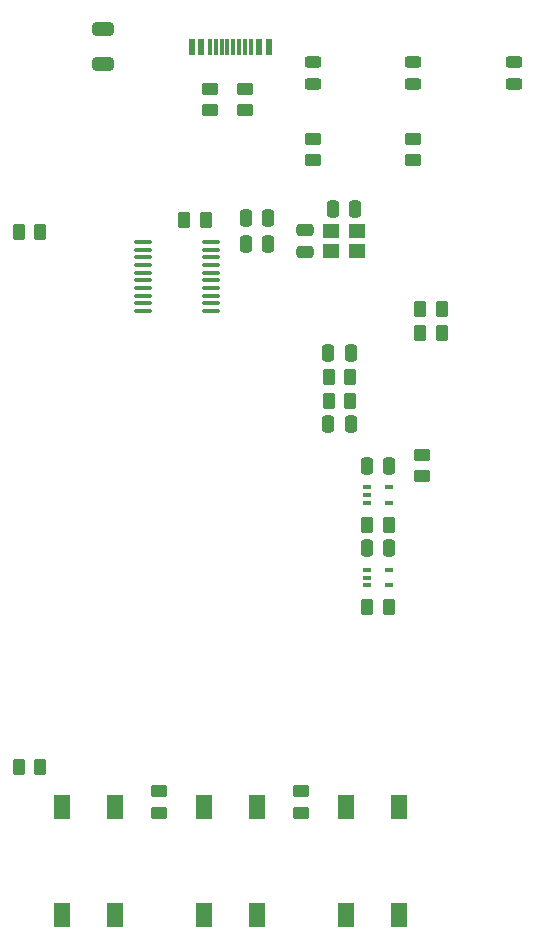
<source format=gtp>
%TF.GenerationSoftware,KiCad,Pcbnew,(6.0.5)*%
%TF.CreationDate,2024-07-23T11:02:46+02:00*%
%TF.ProjectId,USB_Knob,5553425f-4b6e-46f6-922e-6b696361645f,rev?*%
%TF.SameCoordinates,Original*%
%TF.FileFunction,Paste,Top*%
%TF.FilePolarity,Positive*%
%FSLAX46Y46*%
G04 Gerber Fmt 4.6, Leading zero omitted, Abs format (unit mm)*
G04 Created by KiCad (PCBNEW (6.0.5)) date 2024-07-23 11:02:46*
%MOMM*%
%LPD*%
G01*
G04 APERTURE LIST*
G04 Aperture macros list*
%AMRoundRect*
0 Rectangle with rounded corners*
0 $1 Rounding radius*
0 $2 $3 $4 $5 $6 $7 $8 $9 X,Y pos of 4 corners*
0 Add a 4 corners polygon primitive as box body*
4,1,4,$2,$3,$4,$5,$6,$7,$8,$9,$2,$3,0*
0 Add four circle primitives for the rounded corners*
1,1,$1+$1,$2,$3*
1,1,$1+$1,$4,$5*
1,1,$1+$1,$6,$7*
1,1,$1+$1,$8,$9*
0 Add four rect primitives between the rounded corners*
20,1,$1+$1,$2,$3,$4,$5,0*
20,1,$1+$1,$4,$5,$6,$7,0*
20,1,$1+$1,$6,$7,$8,$9,0*
20,1,$1+$1,$8,$9,$2,$3,0*%
G04 Aperture macros list end*
%ADD10RoundRect,0.250000X0.262500X0.450000X-0.262500X0.450000X-0.262500X-0.450000X0.262500X-0.450000X0*%
%ADD11RoundRect,0.250000X-0.262500X-0.450000X0.262500X-0.450000X0.262500X0.450000X-0.262500X0.450000X0*%
%ADD12R,1.400000X1.200000*%
%ADD13R,1.400000X2.100000*%
%ADD14RoundRect,0.250000X-0.250000X-0.475000X0.250000X-0.475000X0.250000X0.475000X-0.250000X0.475000X0*%
%ADD15RoundRect,0.250000X-0.450000X0.262500X-0.450000X-0.262500X0.450000X-0.262500X0.450000X0.262500X0*%
%ADD16R,0.650000X0.400000*%
%ADD17RoundRect,0.250000X0.450000X-0.262500X0.450000X0.262500X-0.450000X0.262500X-0.450000X-0.262500X0*%
%ADD18RoundRect,0.250000X0.250000X0.475000X-0.250000X0.475000X-0.250000X-0.475000X0.250000X-0.475000X0*%
%ADD19RoundRect,0.243750X0.456250X-0.243750X0.456250X0.243750X-0.456250X0.243750X-0.456250X-0.243750X0*%
%ADD20R,0.600000X1.450000*%
%ADD21R,0.300000X1.450000*%
%ADD22RoundRect,0.250000X-0.650000X0.325000X-0.650000X-0.325000X0.650000X-0.325000X0.650000X0.325000X0*%
%ADD23RoundRect,0.100000X-0.637500X-0.100000X0.637500X-0.100000X0.637500X0.100000X-0.637500X0.100000X0*%
%ADD24RoundRect,0.250000X-0.475000X0.250000X-0.475000X-0.250000X0.475000X-0.250000X0.475000X0.250000X0*%
G04 APERTURE END LIST*
D10*
%TO.C,R13*%
X159662500Y-97000000D03*
X157837500Y-97000000D03*
%TD*%
D11*
%TO.C,R6*%
X165587500Y-93250000D03*
X167412500Y-93250000D03*
%TD*%
D12*
%TO.C,Y1*%
X158000000Y-86350000D03*
X160200000Y-86350000D03*
X160200000Y-84650000D03*
X158000000Y-84650000D03*
%TD*%
D13*
%TO.C,S1*%
X135250000Y-142550000D03*
X135250000Y-133450000D03*
X139750000Y-142550000D03*
X139750000Y-133450000D03*
%TD*%
D14*
%TO.C,C7*%
X157800000Y-101000000D03*
X159700000Y-101000000D03*
%TD*%
D10*
%TO.C,R9*%
X133412500Y-84750000D03*
X131587500Y-84750000D03*
%TD*%
D13*
%TO.C,S2*%
X147250000Y-142550000D03*
X147250000Y-133450000D03*
X151750000Y-142550000D03*
X151750000Y-133450000D03*
%TD*%
D15*
%TO.C,R2*%
X147750000Y-72587500D03*
X147750000Y-74412500D03*
%TD*%
D16*
%TO.C,U3*%
X161050000Y-113350000D03*
X161050000Y-114000000D03*
X161050000Y-114650000D03*
X162950000Y-114650000D03*
X162950000Y-113350000D03*
%TD*%
D14*
%TO.C,C9*%
X161050000Y-111500000D03*
X162950000Y-111500000D03*
%TD*%
%TO.C,C8*%
X161050000Y-104500000D03*
X162950000Y-104500000D03*
%TD*%
D17*
%TO.C,R11*%
X165750000Y-105412500D03*
X165750000Y-103587500D03*
%TD*%
%TO.C,R10*%
X165000000Y-78662500D03*
X165000000Y-76837500D03*
%TD*%
D18*
%TO.C,C3*%
X152700000Y-85750000D03*
X150800000Y-85750000D03*
%TD*%
D14*
%TO.C,C6*%
X157800000Y-95000000D03*
X159700000Y-95000000D03*
%TD*%
D17*
%TO.C,R8*%
X156500000Y-78662500D03*
X156500000Y-76837500D03*
%TD*%
D19*
%TO.C,D2*%
X165000000Y-72187500D03*
X165000000Y-70312500D03*
%TD*%
%TO.C,D3*%
X173500000Y-72187500D03*
X173500000Y-70312500D03*
%TD*%
D20*
%TO.C,J1*%
X152750000Y-69045000D03*
X151950000Y-69045000D03*
D21*
X150750000Y-69045000D03*
X149750000Y-69045000D03*
X149250000Y-69045000D03*
X148250000Y-69045000D03*
D20*
X147050000Y-69045000D03*
X146250000Y-69045000D03*
X146250000Y-69045000D03*
X147050000Y-69045000D03*
D21*
X147750000Y-69045000D03*
X148750000Y-69045000D03*
X150250000Y-69045000D03*
X151250000Y-69045000D03*
D20*
X151950000Y-69045000D03*
X152750000Y-69045000D03*
%TD*%
D10*
%TO.C,R15*%
X162912500Y-109500000D03*
X161087500Y-109500000D03*
%TD*%
%TO.C,R16*%
X162912500Y-116500000D03*
X161087500Y-116500000D03*
%TD*%
D11*
%TO.C,R7*%
X165587500Y-91250000D03*
X167412500Y-91250000D03*
%TD*%
%TO.C,R12*%
X145575000Y-83700000D03*
X147400000Y-83700000D03*
%TD*%
D17*
%TO.C,R4*%
X143500000Y-133912500D03*
X143500000Y-132087500D03*
%TD*%
D15*
%TO.C,R1*%
X150750000Y-72587500D03*
X150750000Y-74412500D03*
%TD*%
D10*
%TO.C,R14*%
X159662500Y-99000000D03*
X157837500Y-99000000D03*
%TD*%
D17*
%TO.C,R5*%
X155500000Y-133912500D03*
X155500000Y-132087500D03*
%TD*%
D22*
%TO.C,C1*%
X138750000Y-67525000D03*
X138750000Y-70475000D03*
%TD*%
D14*
%TO.C,C5*%
X158150000Y-82750000D03*
X160050000Y-82750000D03*
%TD*%
D19*
%TO.C,D1*%
X156500000Y-72187500D03*
X156500000Y-70312500D03*
%TD*%
D11*
%TO.C,R3*%
X131587500Y-130000000D03*
X133412500Y-130000000D03*
%TD*%
D23*
%TO.C,U1*%
X142137500Y-85575000D03*
X142137500Y-86225000D03*
X142137500Y-86875000D03*
X142137500Y-87525000D03*
X142137500Y-88175000D03*
X142137500Y-88825000D03*
X142137500Y-89475000D03*
X142137500Y-90125000D03*
X142137500Y-90775000D03*
X142137500Y-91425000D03*
X147862500Y-91425000D03*
X147862500Y-90775000D03*
X147862500Y-90125000D03*
X147862500Y-89475000D03*
X147862500Y-88825000D03*
X147862500Y-88175000D03*
X147862500Y-87525000D03*
X147862500Y-86875000D03*
X147862500Y-86225000D03*
X147862500Y-85575000D03*
%TD*%
D13*
%TO.C,S3*%
X159250000Y-142550000D03*
X159250000Y-133450000D03*
X163750000Y-142550000D03*
X163750000Y-133450000D03*
%TD*%
D16*
%TO.C,U2*%
X161050000Y-106350000D03*
X161050000Y-107000000D03*
X161050000Y-107650000D03*
X162950000Y-107650000D03*
X162950000Y-106350000D03*
%TD*%
D24*
%TO.C,C4*%
X155850000Y-84550000D03*
X155850000Y-86450000D03*
%TD*%
D14*
%TO.C,C2*%
X150800000Y-83500000D03*
X152700000Y-83500000D03*
%TD*%
M02*

</source>
